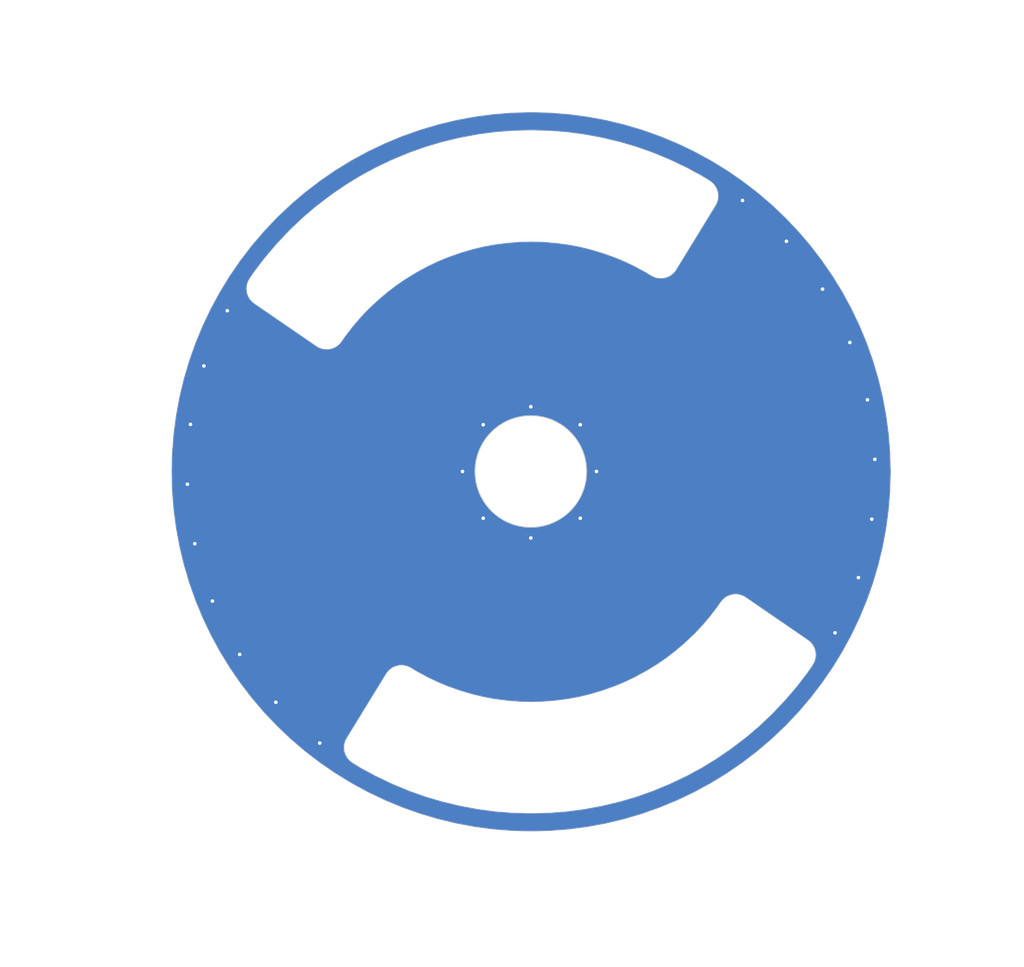
<source format=kicad_pcb>
(kicad_pcb (version 20221018) (generator pcbnew)
  (layers (0 "F.Cu" signal) (31 "B.Cu" signal) (34 "B.Paste" user) (35 "F.Paste" user) (36 "B.SilkS" user "B.Silkscreen") (37 "F.SilkS" user "F.Silkscreen") (38 "B.Mask" user) (39 "F.Mask" user) (44 "Edge.Cuts" user))
  (net 0 "")
  (net 1 "GND")
  (footprint "Mlab_Pin_Headers:SMD_1x1" (layer "F.Cu") (at 126.2668 83.866 -35)
    (fp_text reference "J1" hide)
    (fp_text value "HEADER_1x01" hide)
    (pad "1" smd rect (at 0 0 325) (size 4 1.2) (layers "F.Cu" "F.Paste" "F.Mask") (net 1 "GND"))
  )
  (gr_poly locked (pts (xy 139.790935 127.988983) (xy 137.906841 127.939682) (xy 136.027912 127.791786) (xy 134.159294 127.545783) (xy 132.306114 127.202384) (xy 131.897144 127.115386) (xy 130.064474 126.675384) (xy 128.257394 126.140083) (xy 126.480695 125.510986) (xy 124.739395 124.789688) (xy 124.357496 124.619689) (xy 122.656295 123.808288) (xy 122.145896 123.531082) (xy 122.094696 123.50328) (xy 121.941295 123.419982) (xy 121.685997 123.281486) (xy 121.329696 123.087982) (xy 120.999996 122.908981) (xy 120.883996 122.837882) (xy 120.375597 122.526382) (xy 120.179796 122.40628) (xy 119.841495 122.160583) (xy 119.561796 121.849884) (xy 119.352695 121.487785) (xy 119.223495 121.090087) (xy 119.179796 120.674285) (xy 119.223495 120.258483) (xy 119.352695 119.860786) (xy 119.561796 119.498687) (xy 119.795597 119.117485) (xy 120.194496 118.467384) (xy 120.643196 117.736083) (xy 121.140596 116.925483) (xy 121.685195 116.037887) (xy 122.275495 115.075683) (xy 122.909996 114.041488) (xy 123.586896 112.93819) (xy 123.953096 112.341388) (xy 124.232894 112.030689) (xy 124.571197 111.784889) (xy 124.953096 111.614788) (xy 125.362094 111.527889) (xy 125.780197 111.527889) (xy 126.189197 111.614788) (xy 126.571197 111.784889) (xy 127.199995 112.170188) (xy 128.469894 112.859687) (xy 129.585294 113.391788) (xy 130.727075 113.864688) (xy 132.08916 114.346984) (xy 133.47462 114.757385) (xy 134.676303 115.045883) (xy 135.891464 115.271186) (xy 137.324062 115.459785) (xy 138.764572 115.573081) (xy 140 115.605484) (xy 141.235412 115.573081) (xy 142.675922 115.459785) (xy 144.10852 115.271186) (xy 145.323673 115.045883) (xy 146.525363 114.757385) (xy 147.910823 114.346984) (xy 149.272911 113.864688) (xy 150.414691 113.391788) (xy 151.53009 112.859687) (xy 152.799991 112.170188) (xy 154.031986 111.415287) (xy 155.050487 110.71529) (xy 156.030986 109.962886) (xy 157.129688 109.024486) (xy 158.17789 108.029888) (xy 159.028591 107.133388) (xy 159.831188 106.193691) (xy 160.710788 105.04729) (xy 161.128589 104.439487) (xy 161.40829 104.128787) (xy 161.746585 103.882987) (xy 162.128589 103.712989) (xy 162.537487 103.625988) (xy 162.955688 103.625988) (xy 163.364589 103.712989) (xy 163.746585 103.882987) (xy 164.323883 104.279289) (xy 165.390983 105.01189) (xy 166.391281 105.698589) (xy 167.321983 106.33749) (xy 168.18048 106.926788) (xy 168.964584 107.465087) (xy 169.671981 107.950687) (xy 170.300781 108.382289) (xy 170.669486 108.635387) (xy 171.007682 108.881191) (xy 171.287483 109.19189) (xy 171.496582 109.553989) (xy 171.625785 109.951686) (xy 171.669486 110.367488) (xy 171.625785 110.78329) (xy 171.496582 111.180988) (xy 171.287483 111.543087) (xy 171.157386 111.732387) (xy 170.819686 112.22369) (xy 170.742584 112.335788) (xy 170.514183 112.633487) (xy 170.267387 112.955188) (xy 170.090583 113.185588) (xy 169.984382 113.324089) (xy 169.948883 113.370288) (xy 169.595283 113.831089) (xy 168.371185 115.264282) (xy 168.091484 115.574981) (xy 166.794082 116.942085) (xy 165.426986 118.239486) (xy 163.993785 119.463485) (xy 162.498489 120.610885) (xy 162.160289 120.856689) (xy 160.60699 121.924186) (xy 158.999988 122.908981) (xy 157.343688 123.808288) (xy 155.64249 124.619689) (xy 155.260589 124.789688) (xy 153.51929 125.510986) (xy 151.742591 126.140083) (xy 149.935512 126.675384) (xy 148.102844 127.115386) (xy 147.69387 127.202384) (xy 145.84069 127.545783) (xy 143.972072 127.791786) (xy 142.093143 127.939682) (xy 140.209049 127.988983) (xy 139.790935 127.988983)) (stroke (width 0.049999)) (fill none) (layer "Edge.Cuts"))
  (gr_circle (center 139.9668 89.966) (end 146.1668 89.966) (stroke (width 0.1)) (fill none) (layer "Edge.Cuts"))
  (gr_poly locked (pts (xy 142.093433 129.94519) (xy 144.181133 129.780883) (xy 146.257373 129.507484) (xy 148.316463 129.125885) (xy 150.35279 128.636985) (xy 152.360691 128.042282) (xy 154.33469 127.343185) (xy 156.269489 126.541786) (xy 158.159587 125.640289) (xy 159.999988 124.640983) (xy 161.785587 123.546783) (xy 163.511386 122.360687) (xy 165.172782 121.085784) (xy 166.765182 119.725784) (xy 168.284286 118.284286) (xy 169.725784 116.765182) (xy 171.085784 115.172782) (xy 172.360687 113.511386) (xy 173.546783 111.785587) (xy 174.640983 109.999988) (xy 175.640289 108.159587) (xy 176.541786 106.269489) (xy 177.343185 104.33469) (xy 178.042282 102.360691) (xy 178.636985 100.35279) (xy 179.125885 98.316463) (xy 179.507484 96.257373) (xy 179.780883 94.181133) (xy 179.94519 92.093433) (xy 179.999984 89.999992) (xy 179.94519 87.906551) (xy 179.780883 85.818851) (xy 179.507484 83.74261) (xy 179.125885 81.683523) (xy 178.636985 79.647193) (xy 178.042282 77.639295) (xy 177.343185 75.665296) (xy 176.541786 73.730495) (xy 175.640289 71.840396) (xy 174.640983 69.999996) (xy 173.546783 68.214395) (xy 172.360687 66.488595) (xy 171.085784 64.827197) (xy 169.725784 63.234798) (xy 168.284286 61.715698) (xy 166.765182 60.274198) (xy 165.172782 58.914197) (xy 163.511386 57.639299) (xy 161.785587 56.4532) (xy 159.999988 55.359) (xy 158.159587 54.359698) (xy 156.269489 53.458197) (xy 154.33469 52.656798) (xy 152.360691 51.957698) (xy 150.35279 51.362998) (xy 148.316463 50.874099) (xy 146.257373 50.4925) (xy 144.181133 50.2191) (xy 142.093433 50.054798) (xy 139.999992 50) (xy 137.906551 50.054798) (xy 135.818851 50.2191) (xy 133.74261 50.4925) (xy 131.683523 50.874099) (xy 129.647193 51.362998) (xy 127.639295 51.957698) (xy 125.665296 52.656798) (xy 123.730495 53.458197) (xy 121.840396 54.359698) (xy 119.999996 55.359) (xy 118.214395 56.4532) (xy 116.488595 57.639299) (xy 114.827197 58.914197) (xy 113.234798 60.274198) (xy 111.715698 61.715698) (xy 110.274198 63.234798) (xy 108.914197 64.827197) (xy 107.639299 66.488595) (xy 106.4532 68.214395) (xy 105.359 69.999996) (xy 104.359698 71.840396) (xy 103.458197 73.730495) (xy 102.656798 75.665296) (xy 101.957698 77.639295) (xy 101.362998 79.647193) (xy 100.874099 81.683523) (xy 100.4925 83.74261) (xy 100.2191 85.818851) (xy 100.054798 87.906551) (xy 100 89.999992) (xy 100.054798 92.093433) (xy 100.2191 94.181133) (xy 100.4925 96.257373) (xy 100.874099 98.316463) (xy 101.362998 100.35279) (xy 101.957698 102.360691) (xy 102.656798 104.33469) (xy 103.458197 106.269489) (xy 104.359698 108.159587) (xy 105.359 109.999988) (xy 106.4532 111.785587) (xy 107.639299 113.511386) (xy 108.914197 115.172782) (xy 110.274198 116.765182) (xy 111.715698 118.284286) (xy 113.234798 119.725784) (xy 114.827197 121.085784) (xy 116.488595 122.360687) (xy 118.214395 123.546783) (xy 119.999996 124.640983) (xy 121.840396 125.640289) (xy 123.730495 126.541786) (xy 125.665296 127.343185) (xy 127.639295 128.042282) (xy 129.647193 128.636985) (xy 131.683523 129.125885) (xy 133.74261 129.507484) (xy 135.818851 129.780883) (xy 137.906551 129.94519) (xy 139.999992 129.999984) (xy 142.093433 129.94519)) (stroke (width 0.049999)) (fill none) (layer "Edge.Cuts"))
  (gr_poly locked (pts (xy 117.044296 76.373996) (xy 116.635396 76.286994) (xy 116.253396 76.116996) (xy 115.676096 75.720695) (xy 114.608996 74.988096) (xy 113.608696 74.301395) (xy 112.677997 73.662496) (xy 111.819498 73.073196) (xy 111.035398 72.534896) (xy 110.327997 72.049295) (xy 109.699197 71.617696) (xy 109.330497 71.364595) (xy 108.992298 71.118795) (xy 108.712497 70.808095) (xy 108.503398 70.445995) (xy 108.374198 70.048295) (xy 108.330497 69.632495) (xy 108.374198 69.216695) (xy 108.503398 68.818996) (xy 108.712497 68.456895) (xy 108.842597 68.267595) (xy 109.180297 67.776296) (xy 109.257398 67.664196) (xy 109.485797 67.366497) (xy 109.732597 67.044795) (xy 109.909399 66.814395) (xy 110.015598 66.675895) (xy 110.051097 66.629695) (xy 110.404697 66.168895) (xy 111.628797 64.735697) (xy 111.908498 64.424996) (xy 113.205898 63.057897) (xy 114.572997 61.760498) (xy 116.006196 60.536499) (xy 117.501495 59.389097) (xy 117.839696 59.143297) (xy 119.392995 58.075798) (xy 120.999996 57.090998) (xy 122.656295 56.191699) (xy 124.357496 55.380297) (xy 124.739395 55.210299) (xy 126.480695 54.488997) (xy 128.257394 53.8599) (xy 130.064474 53.324599) (xy 131.897144 52.884601) (xy 132.306114 52.797599) (xy 134.159294 52.4542) (xy 136.027912 52.208198) (xy 137.906841 52.060298) (xy 139.790935 52.011001) (xy 140.209049 52.011001) (xy 142.093143 52.060298) (xy 143.972072 52.208198) (xy 145.84069 52.4542) (xy 147.69387 52.797599) (xy 148.102844 52.884601) (xy 149.935512 53.324599) (xy 151.742591 53.8599) (xy 153.51929 54.488997) (xy 155.260589 55.210299) (xy 155.64249 55.380297) (xy 157.343688 56.191699) (xy 157.854087 56.468897) (xy 157.905288 56.496699) (xy 158.058689 56.58) (xy 158.313987 56.718496) (xy 158.670288 56.911997) (xy 158.999988 57.090998) (xy 159.115985 57.1621) (xy 159.624385 57.473597) (xy 159.820186 57.593698) (xy 160.158489 57.839399) (xy 160.43819 58.150098) (xy 160.647289 58.512197) (xy 160.776489 58.909898) (xy 160.820186 59.325698) (xy 160.776489 59.741498) (xy 160.647289 60.139198) (xy 160.43819 60.501298) (xy 160.204387 60.882497) (xy 159.805488 61.532598) (xy 159.356788 62.263898) (xy 158.859386 63.074497) (xy 158.314788 63.962096) (xy 157.724491 64.924296) (xy 157.089988 65.958497) (xy 156.413089 67.061796) (xy 156.046886 67.658596) (xy 155.767089 67.969295) (xy 155.428787 68.215095) (xy 155.046886 68.385196) (xy 154.637889 68.472095) (xy 154.219787 68.472095) (xy 153.810787 68.385196) (xy 153.428787 68.215095) (xy 152.799991 67.829795) (xy 151.53009 67.140296) (xy 150.414691 66.608196) (xy 149.272911 66.135295) (xy 147.910823 65.652997) (xy 146.525363 65.242596) (xy 145.32368 64.954096) (xy 144.10852 64.728796) (xy 142.675922 64.540196) (xy 141.235412 64.426898) (xy 139.999984 64.394497) (xy 138.764572 64.426898) (xy 137.324062 64.540196) (xy 135.891464 64.728796) (xy 134.676311 64.954096) (xy 133.47462 65.242596) (xy 132.08916 65.652997) (xy 130.727075 66.135295) (xy 129.585294 66.608196) (xy 128.469894 67.140296) (xy 127.199995 67.829795) (xy 125.967996 68.584695) (xy 124.949497 69.284696) (xy 123.968996 70.037096) (xy 122.870296 70.975496) (xy 121.822095 71.970096) (xy 120.971395 72.866596) (xy 120.168796 73.806295) (xy 119.289196 74.952695) (xy 118.871397 75.560497) (xy 118.591695 75.871196) (xy 118.253396 76.116996) (xy 117.871397 76.286994) (xy 117.462495 76.373996) (xy 117.044296 76.373996)) (stroke (width 0.049999)) (fill none) (layer "Edge.Cuts"))
  (via (at 106.190913 72.08187) (size 0.8) (drill 0.4) (layers "F.Cu" "B.Cu") (net 1))
  (via (at 139.9668 82.766) (size 0.8) (drill 0.4) (layers "F.Cu" "B.Cu") (net 1))
  (via (at 178.238593 88.613013) (size 0.8) (drill 0.4) (layers "F.Cu" "B.Cu") (net 1))
  (via (at 176.406901 101.775027) (size 0.8) (drill 0.4) (layers "F.Cu" "B.Cu") (net 1))
  (via (at 107.577901 110.320463) (size 0.8) (drill 0.4) (layers "F.Cu" "B.Cu") (net 1))
  (via (at 102.101489 84.725854) (size 0.8) (drill 0.4) (layers "F.Cu" "B.Cu") (net 1))
  (via (at 103.593099 78.224973) (size 0.8) (drill 0.4) (layers "F.Cu" "B.Cu") (net 1))
  (via (at 111.599076 115.641788) (size 0.8) (drill 0.4) (layers "F.Cu" "B.Cu") (net 1))
  (via (at 177.898511 95.274146) (size 0.8) (drill 0.4) (layers "F.Cu" "B.Cu") (net 1))
  (via (at 132.3668 89.966) (size 0.8) (drill 0.4) (layers "F.Cu" "B.Cu") (net 1))
  (via (at 168.400924 64.358212) (size 0.8) (drill 0.4) (layers "F.Cu" "B.Cu") (net 1))
  (via (at 177.416815 81.994022) (size 0.8) (drill 0.4) (layers "F.Cu" "B.Cu") (net 1))
  (via (at 104.541854 104.381711) (size 0.8) (drill 0.4) (layers "F.Cu" "B.Cu") (net 1))
  (via (at 175.458146 75.618289) (size 0.8) (drill 0.4) (layers "F.Cu" "B.Cu") (net 1))
  (via (at 116.4832 120.184) (size 0.8) (drill 0.4) (layers "F.Cu" "B.Cu") (net 1))
  (via (at 145.4668 84.766) (size 0.8) (drill 0.4) (layers "F.Cu" "B.Cu") (net 1))
  (via (at 134.6668 84.766) (size 0.8) (drill 0.4) (layers "F.Cu" "B.Cu") (net 1))
  (via (at 134.6668 95.166) (size 0.8) (drill 0.4) (layers "F.Cu" "B.Cu") (net 1))
  (via (at 101.761407 91.386987) (size 0.8) (drill 0.4) (layers "F.Cu" "B.Cu") (net 1))
  (via (at 163.5168 59.816) (size 0.8) (drill 0.4) (layers "F.Cu" "B.Cu") (net 1))
  (via (at 173.809087 107.91813) (size 0.8) (drill 0.4) (layers "F.Cu" "B.Cu") (net 1))
  (via (at 139.9668 97.366) (size 0.8) (drill 0.4) (layers "F.Cu" "B.Cu") (net 1))
  (via (at 172.422099 69.679537) (size 0.8) (drill 0.4) (layers "F.Cu" "B.Cu") (net 1))
  (via (at 145.4668 95.166) (size 0.8) (drill 0.4) (layers "F.Cu" "B.Cu") (net 1))
  (via (at 147.2668 89.966) (size 0.8) (drill 0.4) (layers "F.Cu" "B.Cu") (net 1))
  (via (at 102.583185 98.005978) (size 0.8) (drill 0.4) (layers "F.Cu" "B.Cu") (net 1))
  (zone (net 1) (net_name "GND") (layers "F&B.Cu") (connect_pads yes (clearance 0)) (min_thickness 0.3) (fill yes (thermal_gap 0.508) (thermal_bridge_width 0.508))
    (polygon (pts (xy 192.0368 140.766) (xy 88.9668 140.666) (xy 89.1668 42.087) (xy 89.2938 42.087) (xy 192.2668 41.966)))
  )
)
</source>
